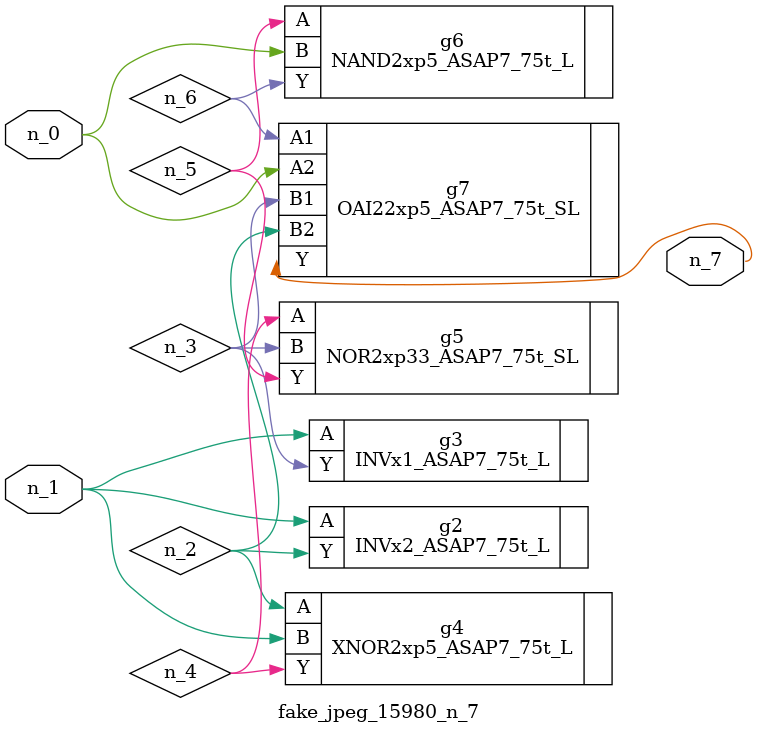
<source format=v>
module fake_jpeg_15980_n_7 (n_0, n_1, n_7);

input n_0;
input n_1;

output n_7;

wire n_2;
wire n_3;
wire n_4;
wire n_6;
wire n_5;

INVx2_ASAP7_75t_L g2 ( 
.A(n_1),
.Y(n_2)
);

INVx1_ASAP7_75t_L g3 ( 
.A(n_1),
.Y(n_3)
);

XNOR2xp5_ASAP7_75t_L g4 ( 
.A(n_2),
.B(n_1),
.Y(n_4)
);

NOR2xp33_ASAP7_75t_SL g5 ( 
.A(n_4),
.B(n_3),
.Y(n_5)
);

NAND2xp5_ASAP7_75t_L g6 ( 
.A(n_5),
.B(n_0),
.Y(n_6)
);

OAI22xp5_ASAP7_75t_SL g7 ( 
.A1(n_6),
.A2(n_0),
.B1(n_3),
.B2(n_2),
.Y(n_7)
);


endmodule
</source>
